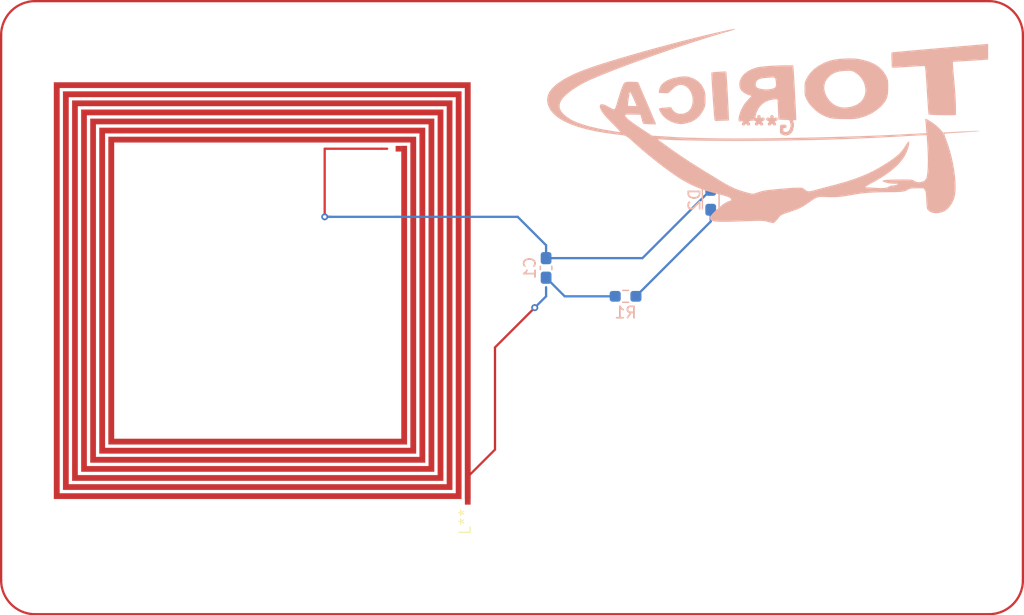
<source format=kicad_pcb>
(kicad_pcb (version 20241229) (generator "pcbnew") (generator_version "9.0")
  (layers (0 "F.Cu" signal) (2 "B.Cu" signal) (13 "F.Paste" user) (15 "B.Paste" user) (5 "F.SilkS" user "F.Silkscreen") (7 "B.SilkS" user "B.Silkscreen") (1 "F.Mask" user) (3 "B.Mask" user) (25 "Edge.Cuts" user))
  (net 0 "")
  (net 1 "Net-(D2-K)")
  (net 2 "Net-(C1-Pad2)")
  (net 3 "Net-(D2-A)")
  (footprint "lib:NFC_COIL_36.7x36.7_3uH" (layer "F.Cu") (at 219.85 81.35 90)
    (property "Reference" "L**" (at -2 -0.5 90) (layer "F.SilkS") (effects (font (thickness 0.1))))
    (property "Value" "3.00 uH")
    (fp_poly (pts (xy 0 0) (xy 36.7 0) (xy 36.7 -36.7) (xy 0 -36.7) (xy 0 -0.8) (xy 35.9 -0.8) (xy 35.9 -35.9) (xy 0.8 -35.9) (xy 0.8 -1.6) (xy 35.1 -1.6) (xy 35.1 -35.1) (xy 1.6 -35.1) (xy 1.6 -2.4) (xy 34.3 -2.4) (xy 34.3 -34.3) (xy 2.4 -34.3) (xy 2.4 -3.2) (xy 33.5 -3.2) (xy 33.5 -33.5) (xy 3.2 -33.5) (xy 3.2 -4) (xy 32.7 -4) (xy 32.7 -32.7) (xy 4 -32.7) (xy 4 -4.8) (xy 31.9 -4.8) (xy 31.9 -31.9) (xy 4.8 -31.9) (xy 4.8 -5.6) (xy 31.1 -5.6) (xy 31.1 -6.1) (xy 30.6 -6.1) (xy 5.3 -6.1) (xy 5.3 -31.4) (xy 31.4 -31.4) (xy 31.4 -5.3) (xy 4.5 -5.3) (xy 4.5 -32.2) (xy 32.2 -32.2) (xy 32.2 -4.5) (xy 3.7 -4.5) (xy 3.7 -33) (xy 33 -33) (xy 33 -3.7) (xy 2.9 -3.7) (xy 2.9 -33.8) (xy 33.8 -33.8) (xy 33.8 -2.9) (xy 2.1 -2.9) (xy 2.1 -34.6) (xy 34.6 -34.6) (xy 34.6 -2.1) (xy 1.3 -2.1) (xy 1.3 -35.4) (xy 35.4 -35.4) (xy 35.4 -1.3) (xy 0.5 -1.3) (xy 0.5 -36.2) (xy 36.2 -36.2) (xy 36.2 -0.5) (xy 0 -0.5)) (stroke (width 0.01)) (fill yes) (layer "F.Cu"))
    (pad "1" smd rect (at -0.25 -0.25 90) (size 0.5 0.5) (layers "F.Cu" "F.Mask" "F.Paste"))
    (pad "2" smd rect (at 30.85 -6.35 90) (size 0.5 0.5) (layers "F.Cu" "F.Mask" "F.Paste"))
  )
  (footprint "Capacitor_SMD:C_0603_1608Metric_Pad1.08x0.95mm_HandSolder" (layer "B.Cu") (at 226.5 61 -90)
    (property "Reference" "C1" (at 0 1.43 90) (layer "B.SilkS") (effects (justify mirror)))
    (property "Value" "C")
    (fp_line (start -0.146267 0.51) (end 0.146267 0.51) (stroke (width 0.12)) (layer "B.SilkS"))
    (fp_line (start -0.146267 -0.51) (end 0.146267 -0.51) (stroke (width 0.12)) (layer "B.SilkS"))
    (pad "1" smd roundrect (at -0.8625 0 270) (size 1.075 0.95) (layers "B.Cu" "B.Mask" "B.Paste") (net 1 "Net-(D2-K)"))
    (pad "2" smd roundrect (at 0.8625 0 270) (size 1.075 0.95) (layers "B.Cu" "B.Mask" "B.Paste") (net 2 "Net-(C1-Pad2)"))
  )
  (footprint "Resistor_SMD:R_0603_1608Metric_Pad0.98x0.95mm_HandSolder" (layer "B.Cu") (at 233.5 63.5)
    (property "Reference" "R1" (at 0 1.43 0) (layer "B.SilkS") (effects (justify mirror)))
    (property "Value" "R")
    (fp_line (start -0.254724 -0.5225) (end 0.254724 -0.5225) (stroke (width 0.12)) (layer "B.SilkS"))
    (fp_line (start -0.254724 0.5225) (end 0.254724 0.5225) (stroke (width 0.12)) (layer "B.SilkS"))
    (pad "1" smd roundrect (at -0.9125 0) (size 0.975 0.95) (layers "B.Cu" "B.Mask" "B.Paste") (net 2 "Net-(C1-Pad2)"))
    (pad "2" smd roundrect (at 0.9125 0) (size 0.975 0.95) (layers "B.Cu" "B.Mask" "B.Paste") (net 3 "Net-(D2-A)"))
  )
  (footprint "lib:TORICA_LOGO" (layer "B.Cu") (at 246 48.5 180)
    (property "Reference" "G***" (at 0 0 0) (layer "B.SilkS") (effects (font (size 1.5 1.5) (thickness 0.3)) (justify mirror)))
    (property "Value" "LOGO" (hide yes))
    (fp_poly (pts (xy 4.028364 4.794973) (xy 4.255147 4.783218) (xy 4.48478 4.767654) (xy 4.691357 4.749855) (xy 4.848972 4.731393) (xy 4.931721 4.713839) (xy 4.935016 4.71211) (xy 4.94065 4.655024) (xy 4.93873 4.505314) (xy 4.930193 4.276965) (xy 4.915973 3.983962) (xy 4.897009 3.640291) (xy 4.874235 3.259938) (xy 4.848589 2.856888) (xy 4.821005 2.445126) (xy 4.792421 2.038638) (xy 4.763773 1.65141) (xy 4.735997 1.297426) (xy 4.710028 0.990673) (xy 4.686804 0.745135) (xy 4.66726 0.574799) (xy 4.652697 0.494632) (xy 4.588475 0.439894) (xy 4.560309 0.439068) (xy 4.480409 0.445424) (xy 4.31983 0.453538) (xy 4.104801 0.462192) (xy 3.943683 0.467675) (xy 3.395578 0.485005) (xy 3.397426 0.737135) (xy 3.401091 0.896033) (xy 3.409863 1.131815) (xy 3.422947 1.430288) (xy 3.43955 1.777259) (xy 3.458877 2.158534) (xy 3.480136 2.559921) (xy 3.502533 2.967226) (xy 3.525273 3.366256) (xy 3.547563 3.742817) (xy 3.56861 4.082717) (xy 3.58762 4.371762) (xy 3.603799 4.595758) (xy 3.616353 4.740514) (xy 3.624159 4.791669) (xy 3.686964 4.800771) (xy 3.830334 4.801348)) (fill yes) (layer "B.SilkS"))
    (fp_poly (pts (xy 7.480111 4.368804) (xy 7.715764 4.338435) (xy 7.856176 4.316523) (xy 8.37269 4.20314) (xy 8.79899 4.044437) (xy 9.133027 3.841885) (xy 9.372756 3.596959) (xy 9.516129 3.311133) (xy 9.55775 3.091551) (xy 9.571789 2.914317) (xy 9.157641 2.898704) (xy 8.743493 2.883091) (xy 8.377587 3.226747) (xy 8.125667 3.440808) (xy 7.907635 3.57034) (xy 7.703167 3.623006) (xy 7.491941 3.606466) (xy 7.419688 3.587833) (xy 7.146767 3.457653) (xy 6.925559 3.254189) (xy 6.758037 2.995377) (xy 6.646175 2.699151) (xy 6.591947 2.383447) (xy 6.597327 2.066201) (xy 6.664289 1.765346) (xy 6.794807 1.498818) (xy 6.990854 1.284553) (xy 7.154863 1.181558) (xy 7.460921 1.081923) (xy 7.759012 1.07436) (xy 8.030848 1.15447) (xy 8.25814 1.317852) (xy 8.378966 1.476036) (xy 8.492071 1.667733) (xy 8.978456 1.630066) (xy 9.248673 1.607311) (xy 9.425957 1.5828) (xy 9.524075 1.547529) (xy 9.556797 1.492491) (xy 9.537889 1.408683) (xy 9.486425 1.297809) (xy 9.250189 0.937194) (xy 8.933276 0.63269) (xy 8.552582 0.396617) (xy 8.125001 0.241295) (xy 8.000385 0.214178) (xy 7.77366 0.178175) (xy 7.58469 0.16829) (xy 7.38887 0.185875) (xy 7.141596 0.232282) (xy 7.098693 0.241513) (xy 6.645233 0.388981) (xy 6.256818 0.620884) (xy 5.931827 0.938531) (xy 5.668638 1.343233) (xy 5.623534 1.434186) (xy 5.546295 1.605455) (xy 5.497006 1.747921) (xy 5.469539 1.895097) (xy 5.457769 2.08049) (xy 5.455571 2.33761) (xy 5.455602 2.352843) (xy 5.461129 2.641511) (xy 5.479339 2.857172) (xy 5.51499 3.03347) (xy 5.572841 3.204051) (xy 5.577701 3.216288) (xy 5.786325 3.600887) (xy 6.073469 3.915347) (xy 6.432642 4.154422) (xy 6.857351 4.312864) (xy 6.964785 4.337587) (xy 7.13859 4.367577) (xy 7.299042 4.37825)) (fill yes) (layer "B.SilkS"))
    (fp_poly (pts (xy -19.023264 7.200897) (xy -18.72691 7.176422) (xy -18.360008 7.14556) (xy -17.932551 7.109189) (xy -17.454532 7.068189) (xy -16.935944 7.023439) (xy -16.386782 6.975818) (xy -15.817037 6.926206) (xy -15.236703 6.875481) (xy -14.655774 6.824523) (xy -14.084243 6.774212) (xy -13.532104 6.725426) (xy -13.009349 6.679045) (xy -12.525972 6.635949) (xy -12.091966 6.597015) (xy -11.717324 6.563124) (xy -11.412041 6.535155) (xy -11.186108 6.513987) (xy -11.04952 6.500499) (xy -11.012083 6.496032) (xy -10.965298 6.480716) (xy -10.934891 6.445414) (xy -10.918298 6.371521) (xy -10.912951 6.240434) (xy -10.916286 6.033547) (xy -10.922094 5.84346) (xy -10.931508 5.591551) (xy -10.941804 5.377666) (xy -10.951703 5.225161) (xy -10.959571 5.158433) (xy -11.015994 5.14272) (xy -11.172975 5.138448) (xy -11.43188 5.14566) (xy -11.794073 5.164398) (xy -12.260918 5.194706) (xy -12.3767 5.202852) (xy -12.754791 5.228679) (xy -13.099134 5.250126) (xy -13.394924 5.266438) (xy -13.627354 5.27686) (xy -13.781618 5.280637) (xy -13.841833 5.277571) (xy -13.861982 5.234209) (xy -13.883465 5.115727) (xy -13.906742 4.916926) (xy -13.932277 4.632607) (xy -13.96053 4.257571) (xy -13.991963 3.786618) (xy -14.027038 3.214549) (xy -14.030994 3.147679) (xy -14.059151 2.683729) (xy -14.086795 2.253493) (xy -14.113063 1.868601) (xy -14.137092 1.540685) (xy -14.158022 1.281375) (xy -14.174989 1.102303) (xy -14.18713 1.015098) (xy -14.189566 1.00871) (xy -14.25185 0.996648) (xy -14.401406 0.984705) (xy -14.61856 0.973403) (xy -14.883639 0.963267) (xy -15.176968 0.95482) (xy -15.478874 0.948584) (xy -15.769681 0.945084) (xy -16.029717 0.944843) (xy -16.239307 0.948385) (xy -16.322843 0.951953) (xy -16.60358 0.968116) (xy -16.602968 1.700585) (xy -16.597438 1.963755) (xy -16.582243 2.30816) (xy -16.558938 2.708675) (xy -16.529078 3.140178) (xy -16.49422 3.577547) (xy -16.469896 3.850106) (xy -16.434219 4.238654) (xy -16.402133 4.601286) (xy -16.374995 4.921578) (xy -16.354164 5.183108) (xy -16.340998 5.369452) (xy -16.336823 5.459515) (xy -16.336211 5.651871) (xy -16.93779 5.686222) (xy -17.203865 5.701949) (xy -17.5419 5.722723) (xy -17.917153 5.746367) (xy -18.294881 5.770704) (xy -18.488527 5.783424) (xy -19.437685 5.846276) (xy -19.437685 6.540458) (xy -19.437685 7.234641)) (fill yes) (layer "B.SilkS"))
    (fp_poly (pts (xy -6.788067 5.946234) (xy -6.331567 5.910757) (xy -5.908905 5.854369) (xy -5.55432 5.778928) (xy -5.535991 5.773846) (xy -4.992356 5.57767) (xy -4.499313 5.313904) (xy -4.069873 4.992365) (xy -3.717046 4.622873) (xy -3.453843 4.215245) (xy -3.443688 4.194892) (xy -3.361351 4.020854) (xy -3.308515 3.879741) (xy -3.278672 3.738203) (xy -3.265317 3.562889) (xy -3.261945 3.320448) (xy -3.261896 3.26302) (xy -3.26434 3.001479) (xy -3.275883 2.813091) (xy -3.302835 2.664098) (xy -3.35151 2.520743) (xy -3.428218 2.349268) (xy -3.435715 2.333408) (xy -3.620662 2.025021) (xy -3.878301 1.707377) (xy -4.181105 1.408562) (xy -4.50155 1.156659) (xy -4.717701 1.025329) (xy -4.979789 0.892054) (xy -5.204073 0.791814) (xy -5.413977 0.719575) (xy -5.632927 0.670305) (xy -5.884348 0.638971) (xy -6.191665 0.620538) (xy -6.578304 0.609973) (xy -6.657474 0.60853) (xy -7.071733 0.604328) (xy -7.398736 0.608511) (xy -7.657914 0.622013) (xy -7.8687 0.645764) (xy -8.021053 0.673982) (xy -8.66013 0.863167) (xy -9.235215 1.133194) (xy -9.741238 1.481302) (xy -10.070582 1.790036) (xy -10.289897 2.045192) (xy -10.446795 2.286033) (xy -10.550673 2.539094) (xy -10.610925 2.830908) (xy -10.631322 3.110812) (xy -8.630423 3.110812) (xy -8.594131 2.836806) (xy -8.553495 2.682637) (xy -8.402436 2.355181) (xy -8.160939 2.084065) (xy -7.829904 1.869995) (xy -7.410233 1.71368) (xy -7.277673 1.680519) (xy -6.83285 1.625073) (xy -6.412903 1.663129) (xy -6.042709 1.788938) (xy -5.725719 1.993686) (xy -5.447821 2.268317) (xy -5.224344 2.589869) (xy -5.070615 2.93538) (xy -5.001964 3.281887) (xy -4.99979 3.351276) (xy -5.032678 3.687773) (xy -5.140228 3.974441) (xy -5.335766 4.243267) (xy -5.39972 4.311191) (xy -5.647791 4.526425) (xy -5.919662 4.680582) (xy -6.237742 4.782051) (xy -6.624433 4.839224) (xy -6.848504 4.853732) (xy -7.101901 4.862577) (xy -7.279435 4.859591) (xy -7.411926 4.840478) (xy -7.530191 4.800941) (xy -7.656363 4.741093) (xy -7.980674 4.521179) (xy -8.257101 4.225055) (xy -8.462125 3.880646) (xy -8.528502 3.70562) (xy -8.608903 3.385823) (xy -8.630423 3.110812) (xy -10.631322 3.110812) (xy -10.636947 3.188011) (xy -10.640056 3.398353) (xy -10.639475 3.672247) (xy -10.632802 3.868497) (xy -10.614455 4.016403) (xy -10.578854 4.145267) (xy -10.520415 4.284391) (xy -10.439543 4.450966) (xy -10.196604 4.83808) (xy -9.877267 5.166796) (xy -9.477205 5.439719) (xy -8.992089 5.659454) (xy -8.417593 5.828606) (xy -8.018188 5.908613) (xy -7.665617 5.947021) (xy -7.244163 5.958942)) (fill yes) (layer "B.SilkS"))
    (fp_poly (pts (xy -1.56083 5.346576) (xy -1.108936 5.340471) (xy -0.65134 5.324143) (xy -0.208086 5.299084) (xy 0.200785 5.266788) (xy 0.555229 5.228744) (xy 0.835202 5.186446) (xy 0.962526 5.158757) (xy 1.411885 5.004056) (xy 1.793534 4.796188) (xy 2.099547 4.542961) (xy 2.321997 4.252186) (xy 2.452957 3.93167) (xy 2.486526 3.657443) (xy 2.441155 3.358333) (xy 2.303948 3.109771) (xy 2.07326 2.909933) (xy 1.747449 2.756999) (xy 1.644315 2.723913) (xy 1.507631 2.68069) (xy 1.426614 2.649597) (xy 1.417052 2.642762) (xy 1.452105 2.601311) (xy 1.545485 2.50307) (xy 1.67952 2.366495) (xy 1.731979 2.31384) (xy 2.066127 1.905016) (xy 2.328739 1.42043) (xy 2.450198 1.096211) (xy 2.508621 0.878436) (xy 2.543429 0.676202) (xy 2.552361 0.514411) (xy 2.533152 0.417965) (xy 2.513262 0.402192) (xy 2.442155 0.402175) (xy 2.286635 0.409442) (xy 2.068896 0.422756) (xy 1.811133 0.440875) (xy 1.783125 0.44297) (xy 1.106461 0.493878) (xy 1.071781 0.741571) (xy 0.961773 1.190848) (xy 0.770208 1.575588) (xy 0.503365 1.889673) (xy 0.16752 2.126984) (xy -0.231048 2.281403) (xy -0.567261 2.339129) (xy -0.744178 2.351549) (xy -0.840219 2.344105) (xy -0.880507 2.311144) (xy -0.88922 2.266691) (xy -0.893796 2.179327) (xy -0.901749 2.006795) (xy -0.912116 1.770785) (xy -0.923934 1.492988) (xy -0.929325 1.36358) (xy -0.962527 0.561475) (xy -1.737896 0.531816) (xy -2.014045 0.522269) (xy -2.249735 0.516049) (xy -2.425516 0.513519) (xy -2.521936 0.515042) (xy -2.534037 0.51694) (xy -2.535757 0.571445) (xy -2.531986 0.719395) (xy -2.523418 0.947467) (xy -2.510745 1.242337) (xy -2.49466 1.590681) (xy -2.475856 1.979177) (xy -2.455025 2.3945) (xy -2.432861 2.823327) (xy -2.410055 3.252336) (xy -2.390453 3.610592) (xy -0.753415 3.610592) (xy -0.71401 3.452026) (xy -0.614204 3.354703) (xy -0.515192 3.316342) (xy -0.241975 3.251027) (xy -0.008913 3.222481) (xy 0.233354 3.227949) (xy 0.500165 3.259692) (xy 0.695432 3.299686) (xy 0.858771 3.353856) (xy 0.941323 3.400588) (xy 1.023776 3.540818) (xy 1.035686 3.722401) (xy 0.977616 3.906808) (xy 0.932921 3.97529) (xy 0.841197 4.064107) (xy 0.713628 4.131452) (xy 0.533124 4.181863) (xy 0.282593 4.219884) (xy -0.055057 4.250054) (xy -0.117617 4.25441) (xy -0.36808 4.272022) (xy -0.532173 4.275265) (xy -0.63047 4.250711) (xy -0.683546 4.184931) (xy -0.711974 4.064495) (xy -0.736328 3.875975) (xy -0.739945 3.848206) (xy -0.753415 3.610592) (xy -2.390453 3.610592) (xy -2.387301 3.668201) (xy -2.365292 4.057601) (xy -2.34472 4.407211) (xy -2.326278 4.703707) (xy -2.310659 4.933768) (xy -2.298555 5.084068) (xy -2.294699 5.120106) (xy -2.266079 5.347369)) (fill yes) (layer "B.SilkS"))
    (fp_poly (pts (xy 3.08744 8.521353) (xy 3.362159 8.471552) (xy 3.714987 8.39959) (xy 4.137579 8.307505) (xy 4.621592 8.197335) (xy 5.158682 8.071117) (xy 5.740502 7.930889) (xy 6.35871 7.778688) (xy 7.004961 7.616551) (xy 7.67091 7.446516) (xy 8.348213 7.270621) (xy 9.028526 7.090903) (xy 9.703503 6.9094) (xy 10.364802 6.728149) (xy 11.004076 6.549187) (xy 11.122526 6.515564) (xy 12.092434 6.2374) (xy 12.965615 5.981989) (xy 13.749246 5.746746) (xy 14.4505 5.529085) (xy 15.076554 5.32642) (xy 15.634582 5.136165) (xy 16.131761 4.955735) (xy 16.575266 4.782543) (xy 16.972271 4.614005) (xy 17.329953 4.447533) (xy 17.655487 4.280543) (xy 17.956048 4.110448) (xy 18.181052 3.971858) (xy 18.640632 3.64057) (xy 18.993655 3.301201) (xy 19.240223 2.953461) (xy 19.380442 2.597063) (xy 19.414417 2.231716) (xy 19.342252 1.857133) (xy 19.164052 1.473023) (xy 19.114915 1.393822) (xy 18.832661 1.049389) (xy 18.447726 0.729383) (xy 17.96168 0.434373) (xy 17.376093 0.164925) (xy 16.692537 -0.078392) (xy 15.912582 -0.29501) (xy 15.037797 -0.48436) (xy 14.069755 -0.645876) (xy 13.148249 -0.763834) (xy 12.913018 -0.789908) (xy 12.731866 -0.814688) (xy 12.586155 -0.848122) (xy 12.457244 -0.900157) (xy 12.326493 -0.980742) (xy 12.175262 -1.099824) (xy 11.98491 -1.267352) (xy 11.736799 -1.493273) (xy 11.67378 -1.550736) (xy 11.239765 -1.935884) (xy 10.761139 -2.342661) (xy 10.253833 -2.758748) (xy 9.733777 -3.171827) (xy 9.216901 -3.569577) (xy 8.719136 -3.93968) (xy 8.256412 -4.269817) (xy 7.84466 -4.547668) (xy 7.596598 -4.703668) (xy 7.134715 -4.970381) (xy 6.687263 -5.200763) (xy 6.232153 -5.403566) (xy 5.747293 -5.587546) (xy 5.210595 -5.761456) (xy 4.599967 -5.934051) (xy 4.283604 -6.016581) (xy 3.924159 -6.111141) (xy 3.656723 -6.188554) (xy 3.468551 -6.253238) (xy 3.3469 -6.309611) (xy 3.279028 -6.362093) (xy 3.275716 -6.366038) (xy 3.197431 -6.480923) (xy 3.20569 -6.547506) (xy 3.309202 -6.588272) (xy 3.366358 -6.600005) (xy 3.581681 -6.678726) (xy 3.849825 -6.841709) (xy 4.164225 -7.084274) (xy 4.518313 -7.401742) (xy 4.595863 -7.476286) (xy 4.800414 -7.68019) (xy 4.936073 -7.830137) (xy 5.014942 -7.942014) (xy 5.049124 -8.031703) (xy 5.053262 -8.076633) (xy 5.043439 -8.17094) (xy 5.008546 -8.249505) (xy 4.940455 -8.313243) (xy 4.831033 -8.363066) (xy 4.672149 -8.399888) (xy 4.455672 -8.424621) (xy 4.173471 -8.43818) (xy 3.817416 -8.441478) (xy 3.379374 -8.435427) (xy 2.851215 -8.420942) (xy 2.224808 -8.398936) (xy 2.194165 -8.397783) (xy 1.711825 -8.379801) (xy 1.322875 -8.366285) (xy 1.01384 -8.357514) (xy 0.771245 -8.353766) (xy 0.581615 -8.355322) (xy 0.431474 -8.362461) (xy 0.307347 -8.375463) (xy 0.195759 -8.394606) (xy 0.083234 -8.420171) (xy -0.00891 -8.443478) (xy -0.21687 -8.495127) (xy -0.38795 -8.534242) (xy -0.493528 -8.554395) (xy -0.508889 -8.555789) (xy -0.581356 -8.519815) (xy -0.690441 -8.429052) (xy -0.740611 -8.379155) (xy -0.886839 -8.215905) (xy -1.031072 -8.040233) (xy -1.053832 -8.010546) (xy -1.122203 -7.929709) (xy -1.20269 -7.86331) (xy -1.314785 -7.8018) (xy -1.477981 -7.735625) (xy -1.711769 -7.655234) (xy -1.909411 -7.591282) (xy -2.296509 -7.463238) (xy -2.607484 -7.348071) (xy -2.869925 -7.232555) (xy -3.111422 -7.103464) (xy -3.359565 -6.947572) (xy -3.602907 -6.77944) (xy -3.886261 -6.580578) (xy -4.105941 -6.43665) (xy -4.284598 -6.339459) (xy -4.444885 -6.280807) (xy -4.609455 -6.252499) (xy -4.800958 -6.246337) (xy -5.042048 -6.254124) (xy -5.053264 -6.25462) (xy -5.512731 -6.270112) (xy -5.903152 -6.269953) (xy -6.261627 -6.25156) (xy -6.625254 -6.21235) (xy -7.031135 -6.149741) (xy -7.331189 -6.096015) (xy -7.824438 -6.011137) (xy -8.296867 -5.945076) (xy -8.772304 -5.89595) (xy -9.274573 -5.861877) (xy -9.827501 -5.840975) (xy -10.454912 -5.831362) (xy -10.694738 -5.830319) (xy -11.13768 -5.826893) (xy -11.488481 -5.817321) (xy -11.761865 -5.799647) (xy -11.972556 -5.771916) (xy -12.135277 -5.732172) (xy -12.264754 -5.67846) (xy -12.375709 -5.608824) (xy -12.378633 -5.606669) (xy -12.45952 -5.558896) (xy -12.563764 -5.526833) (xy -12.714252 -5.506942) (xy -12.93387 -5.495686) (xy -13.124794 -5.491319) (xy -13.728823 -5.481052) (xy -13.842728 -5.631943) (xy -13.889921 -5.706218) (xy -13.923858 -5.797155) (xy -13.947819 -5.925157) (xy -13.965084 -6.110629) (xy -13.978934 -6.373977) (xy -13.984581 -6.514258) (xy -14.004254 -6.883135) (xy -14.031295 -7.148395) (xy -14.066081 -7.313138) (xy -14.087133 -7.35977) (xy -14.257144 -7.527543) (xy -14.494078 -7.63515) (xy -14.77613 -7.682134) (xy -15.081495 -7.668041) (xy -15.38837 -7.592413) (xy -15.674949 -7.454794) (xy -15.762518 -7.394826) (xy -16.016702 -7.150278) (xy -16.241204 -6.828601) (xy -16.416723 -6.459114) (xy -16.458831 -6.337346) (xy -16.534995 -5.981185) (xy -16.569911 -5.542548) (xy -16.565696 -5.036719) (xy -16.524466 -4.478981) (xy -16.448339 -3.88462) (xy -16.339431 -3.268919) (xy -16.296145 -3.076088) (xy -14.127604 -3.076088) (xy -14.119362 -3.546598) (xy -14.096443 -3.957963) (xy -14.059443 -4.2963) (xy -14.008959 -4.547726) (xy -13.985796 -4.61909) (xy -13.873408 -4.775956) (xy -13.691055 -4.885944) (xy -13.467394 -4.943551) (xy -13.231079 -4.943278) (xy -13.010764 -4.879622) (xy -12.917958 -4.824089) (xy -12.85378 -4.781105) (xy -12.7836 -4.749988) (xy -12.68987 -4.728833) (xy -12.555047 -4.715733) (xy -12.361585 -4.708782) (xy -12.091939 -4.706075) (xy -11.827918 -4.705683) (xy -11.29161 -4.709081) (xy -10.859788 -4.7194) (xy -10.5302 -4.736828) (xy -10.300598 -4.761553) (xy -10.16873 -4.793765) (xy -10.132348 -4.833652) (xy -10.139638 -4.847048) (xy -10.253677 -4.923211) (xy -10.448438 -4.991076) (xy -10.697715 -5.044461) (xy -10.975305 -5.077185) (xy -11.145601 -5.084342) (xy -11.346981 -5.087647) (xy -11.454537 -5.094926) (xy -11.481391 -5.110356) (xy -11.440667 -5.138119) (xy -11.389896 -5.162141) (xy -11.224512 -5.212741) (xy -11.036511 -5.237602) (xy -11.01979 -5.238008) (xy -10.860216 -5.259402) (xy -10.73644 -5.309016) (xy -10.721608 -5.32051) (xy -10.559445 -5.404428) (xy -10.299775 -5.45275) (xy -9.946076 -5.465083) (xy -9.595052 -5.448568) (xy -9.335415 -5.4303) (xy -9.091874 -5.415167) (xy -8.899301 -5.405241) (xy -8.823159 -5.402657) (xy -8.609264 -5.398463) (xy -8.742948 -5.293994) (xy -8.844538 -5.226597) (xy -9.01545 -5.125481) (xy -9.22978 -5.005598) (xy -9.411369 -4.908187) (xy -10.012651 -4.565295) (xy -10.566812 -4.196534) (xy -11.06275 -3.811388) (xy -11.489359 -3.41934) (xy -11.835535 -3.029872) (xy -12.090175 -2.652467) (xy -12.121868 -2.593473) (xy -12.244879 -2.333279) (xy -12.347199 -2.074395) (xy -12.424897 -1.8331) (xy -12.474045 -1.625673) (xy -12.490713 -1.468393) (xy -12.470972 -1.377539) (xy -12.418066 -1.366307) (xy -12.361956 -1.421389) (xy -12.268784 -1.546997) (xy -12.15454 -1.720795) (xy -12.096754 -1.815046) (xy -11.931073 -2.065164) (xy -11.74039 -2.296831) (xy -11.509968 -2.523429) (xy -11.225072 -2.758339) (xy -10.870966 -3.014941) (xy -10.50758 -3.258132) (xy -9.849928 -3.66205) (xy -9.181941 -4.019958) (xy -8.484919 -4.339651) (xy -7.740161 -4.628924) (xy -6.928967 -4.895573) (xy -6.032636 -5.147393) (xy -5.882106 -5.18631) (xy -5.530115 -5.277099) (xy -5.178756 -5.369076) (xy -4.854586 -5.455192) (xy -4.58416 -5.5284) (xy -4.41158 -5.576592) (xy -4.091623 -5.665797) (xy -3.854342 -5.722707) (xy -3.680597 -5.747757) (xy -3.551246 -5.741381) (xy -3.447149 -5.704014) (xy -3.349166 -5.636092) (xy -3.308746 -5.60165) (xy -3.206626 -5.517037) (xy -3.116171 -5.465508) (xy -3.006483 -5.43888) (xy -2.846663 -5.42897) (xy -2.651511 -5.427578) (xy -2.441269 -5.433393) (xy -2.147676 -5.44954) (xy -1.793621 -5.474076) (xy -1.401993 -5.505056) (xy -0.995681 -5.540535) (xy -0.597573 -5.57857) (xy -0.23056 -5.617216) (xy 0.082471 -5.654528) (xy 0.189247 -5.668898) (xy 0.437464 -5.717768) (xy 0.710919 -5.792219) (xy 0.884405 -5.85158) (xy 1.035306 -5.907623) (xy 1.160676 -5.942585) (xy 1.282473 -5.954897) (xy 1.422656 -5.942993) (xy 1.603184 -5.905303) (xy 1.846017 -5.84026) (xy 2.11221 -5.763918) (xy 2.44401 -5.661712) (xy 2.746291 -5.552898) (xy 3.040915 -5.42712) (xy 3.349745 -5.274021) (xy 3.694643 -5.083243) (xy 4.097472 -4.844432) (xy 4.251157 -4.750673) (xy 4.595705 -4.539553) (xy 4.983041 -4.302552) (xy 5.373903 -4.063675) (xy 5.729028 -3.846925) (xy 5.855368 -3.769914) (xy 6.440175 -3.405071) (xy 7.070745 -2.996601) (xy 7.713748 -2.566848) (xy 8.335859 -2.138155) (xy 8.90375 -1.732863) (xy 9.010315 -1.654794) (xy 9.678736 -1.162606) (xy 9.197473 -1.193945) (xy 8.775323 -1.217004) (xy 8.257063 -1.23786) (xy 7.653508 -1.256413) (xy 6.975475 -1.272563) (xy 6.23378 -1.286209) (xy 5.439238 -1.297249) (xy 4.602666 -1.305584) (xy 3.734879 -1.311112) (xy 2.846695 -1.313732) (xy 1.948929 -1.313344) (xy 1.052397 -1.309847) (xy 0.167915 -1.30314) (xy -0.693701 -1.293122) (xy -0.986096 -1.288843) (xy -2.149929 -1.26979) (xy -3.223291 -1.249799) (xy -4.22266 -1.228276) (xy -5.164511 -1.204629) (xy -6.06532 -1.178265) (xy -6.941565 -1.148592) (xy -7.809722 -1.115017) (xy -8.686266 -1.076946) (xy -9.587675 -1.033788) (xy -10.530425 -0.98495) (xy -11.530992 -0.929839) (xy -12.474174 -0.875577) (xy -12.864902 -0.853551) (xy -13.219755 -0.835124) (xy -13.525037 -0.82088) (xy -13.767051 -0.811406) (xy -13.932099 -0.807285) (xy -14.006486 -0.809101) (xy -14.009156 -0.810067) (xy -14.018652 -0.867806) (xy -14.032499 -1.016746) (xy -14.049551 -1.241282) (xy -14.068659 -1.525809) (xy -14.088674 -1.854723) (xy -14.097676 -2.01316) (xy -14.120575 -2.560314) (xy -14.127604 -3.076088) (xy -16.296145 -3.076088) (xy -16.199861 -2.647163) (xy -16.031743 -2.034636) (xy -15.837197 -1.446622) (xy -15.749088 -1.213119) (xy -15.649419 -0.942761) (xy -15.598414 -0.763854) (xy -15.596455 -0.677847) (xy -15.605453 -0.670386) (xy -15.673252 -0.662576) (xy -15.83356 -0.649484) (xy -16.072124 -0.632109) (xy -16.37469 -0.611449) (xy -16.727004 -0.588501) (xy -17.114813 -0.564264) (xy -17.165053 -0.561195) (xy -17.657851 -0.530192) (xy -18.057452 -0.502976) (xy -18.361907 -0.479754) (xy -18.569269 -0.460735) (xy -18.67759 -0.446124) (xy -18.684923 -0.43613) (xy -18.589319 -0.43096) (xy -18.390492 -0.430805) (xy -18.247108 -0.434538) (xy -18.016404 -0.443376) (xy -17.717839 -0.456445) (xy -17.370872 -0.472869) (xy -16.994965 -0.491774) (xy -16.764001 -0.503924) (xy -15.453896 -0.574028) (xy -15.37615 -0.460803) (xy -15.210378 -0.262558) (xy -14.974741 -0.038985) (xy -14.694988 0.187328) (xy -14.415917 0.381659) (xy -14.176692 0.528651) (xy -14.014105 0.612327) (xy -13.920468 0.635147) (xy -13.88809 0.599571) (xy -13.895735 0.548106) (xy -13.910347 0.45705) (xy -13.928411 0.286898) (xy -13.947216 0.065324) (xy -13.95858 -0.093578) (xy -13.994906 -0.641683) (xy -13.761874 -0.642201) (xy -13.628668 -0.64551) (xy -13.413045 -0.654307) (xy -13.13933 -0.667454) (xy -12.831849 -0.683812) (xy -12.646527 -0.694386) (xy -11.764205 -0.742524) (xy -10.80077 -0.788647) (xy -9.768127 -0.832502) (xy -8.678182 -0.873838) (xy -7.542841 -0.912403) (xy -6.374009 -0.947944) (xy -5.183592 -0.980209) (xy -3.983495 -1.008947) (xy -2.785624 -1.033905) (xy -1.601885 -1.054831) (xy -0.444184 -1.071472) (xy 0.675574 -1.083578) (xy 1.745484 -1.090895) (xy 2.753639 -1.093172) (xy 3.688134 -1.090156) (xy 4.537063 -1.081596) (xy 5.133473 -1.070879) (xy 5.644769 -1.059106) (xy 6.134651 -1.04701) (xy 6.590296 -1.034965) (xy 6.998882 -1.023346) (xy 7.347587 -1.012527) (xy 7.623588 -1.002883) (xy 7.814063 -0.994789) (xy 7.887368 -0.990426) (xy 8.057628 -0.978139) (xy 8.308681 -0.96128) (xy 8.614556 -0.941532) (xy 8.949281 -0.92058) (xy 9.197473 -0.905459) (xy 10.159999 -0.847559) (xy 10.855157 -0.390258) (xy 11.308649 -0.089174) (xy 11.677917 0.162818) (xy 11.970366 0.371778) (xy 12.193402 0.543767) (xy 12.354429 0.684843) (xy 12.460854 0.801068) (xy 12.520081 0.898501) (xy 12.539516 0.983204) (xy 12.539578 0.988206) (xy 12.489479 0.998758) (xy 12.352572 1.005392) (xy 12.148938 1.007634) (xy 11.898661 1.005011) (xy 11.861117 1.00423) (xy 11.182656 0.989264) (xy 11.090022 0.621895) (xy 11.038081 0.433787) (xy 10.989396 0.2877) (xy 10.954145 0.214021) (xy 10.953009 0.212868) (xy 10.887127 0.194607) (xy 10.746261 0.17732) (xy 10.556974 0.162239) (xy 10.345828 0.150596) (xy 10.139387 0.143622) (xy 9.964213 0.142548) (xy 9.846868 0.148605) (xy 9.81242 0.159994) (xy 9.832799 0.214266) (xy 9.89085 0.355796) (xy 9.981942 0.573617) (xy 10.101444 0.856762) (xy 10.244726 1.194263) (xy 10.407157 1.575153) (xy 10.488278 1.764632) (xy 11.529035 1.764632) (xy 11.89171 1.764632) (xy 12.078026 1.768323) (xy 12.217987 1.777999) (xy 12.281319 1.791566) (xy 12.281334 1.791581) (xy 12.28464 1.851331) (xy 12.274096 1.990387) (xy 12.253048 2.182497) (xy 12.224842 2.401413) (xy 12.192827 2.620883) (xy 12.160349 2.814658) (xy 12.135066 2.938764) (xy 12.113067 2.971269) (xy 12.073112 2.942258) (xy 12.011363 2.844518) (xy 11.92398 2.670838) (xy 11.807122 2.414006) (xy 11.656952 2.06681) (xy 11.602492 1.938422) (xy 11.529035 1.764632) (xy 10.488278 1.764632) (xy 10.584107 1.988465) (xy 10.603412 2.033463) (xy 11.394404 3.876843) (xy 11.846675 3.893113) (xy 12.147044 3.901451) (xy 12.361117 3.895025) (xy 12.509406 3.864483) (xy 12.612425 3.800475) (xy 12.690688 3.693652) (xy 12.764708 3.534662) (xy 12.795101 3.460809) (xy 12.866827 3.268687) (xy 12.956907 3.003556) (xy 13.055519 2.695575) (xy 13.152839 2.374903) (xy 13.187103 2.257166) (xy 13.279483 1.935055) (xy 13.351638 1.705392) (xy 13.416111 1.558822) (xy 13.485447 1.485988) (xy 13.57219 1.477536) (xy 13.688883 1.524109) (xy 13.848072 1.616352) (xy 13.957427 1.682647) (xy 14.254677 1.838811) (xy 14.489743 1.915973) (xy 14.658082 1.91755) (xy 14.75515 1.84696) (xy 14.776404 1.707623) (xy 14.7173 1.502955) (xy 14.573296 1.236377) (xy 14.565926 1.224818) (xy 14.453593 1.072536) (xy 14.280688 0.866559) (xy 14.06463 0.626372) (xy 13.822835 0.371459) (xy 13.626406 0.17379) (xy 13.406279 -0.04626) (xy 13.220705 -0.238413) (xy 13.080099 -0.391315) (xy 12.994876 -0.493615) (xy 12.975448 -0.533958) (xy 12.977006 -0.53417) (xy 13.091199 -0.524067) (xy 13.288611 -0.497262) (xy 13.547473 -0.457434) (xy 13.846017 -0.408263) (xy 14.162474 -0.35343) (xy 14.475077 -0.296616) (xy 14.762056 -0.241499) (xy 14.999368 -0.192261) (xy 15.675625 -0.029375) (xy 16.27263 0.144656) (xy 16.781986 0.327041) (xy 17.195299 0.514993) (xy 17.298174 0.571394) (xy 17.703792 0.832973) (xy 18.004816 1.092413) (xy 18.203447 1.353334) (xy 18.301884 1.619358) (xy 18.302326 1.894105) (xy 18.236429 2.115903) (xy 18.09114 2.359976) (xy 17.853063 2.628569) (xy 17.531451 2.914172) (xy 17.135554 3.209277) (xy 16.674624 3.506375) (xy 16.175789 3.788483) (xy 15.839695 3.955496) (xy 15.410311 4.150176) (xy 14.896729 4.369273) (xy 14.30804 4.609541) (xy 13.653336 4.86773) (xy 12.941708 5.140592) (xy 12.182249 5.424881) (xy 11.384051 5.717346) (xy 10.556204 6.014742) (xy 9.707801 6.313818) (xy 8.847933 6.611328) (xy 7.985693 6.904023) (xy 7.130171 7.188655) (xy 6.29046 7.461976) (xy 5.475651 7.720738) (xy 4.694837 7.961693) (xy 3.957108 8.181592) (xy 3.552813 8.298132) (xy 3.283316 8.376859) (xy 3.059527 8.446357) (xy 2.897273 8.501367) (xy 2.812385 8.53663) (xy 2.805709 8.546325) (xy 2.899175 8.546957)) (fill yes) (layer "B.SilkS"))
  )
  (footprint "LED_SMD:LED_0603_1608Metric_Pad1.05x0.95mm_HandSolder" (layer "B.Cu") (at 241 55 -90)
    (property "Reference" "D2" (at 0 1.43 90) (layer "B.SilkS") (effects (justify mirror)))
    (property "Value" "LED")
    (fp_line (start -1.66 0.735) (end -1.66 -0.735) (stroke (width 0.12)) (layer "B.SilkS"))
    (fp_line (start 0.8 0.735) (end -1.66 0.735) (stroke (width 0.12)) (layer "B.SilkS"))
    (fp_line (start -1.66 -0.735) (end 0.8 -0.735) (stroke (width 0.12)) (layer "B.SilkS"))
    (pad "1" smd roundrect (at -0.875 0 270) (size 1.05 0.95) (layers "B.Cu" "B.Mask" "B.Paste") (net 1 "Net-(D2-K)"))
    (pad "2" smd roundrect (at 0.875 0 270) (size 1.05 0.95) (layers "B.Cu" "B.Mask" "B.Paste") (net 3 "Net-(D2-A)"))
  )
  (gr_line (start 268.5 40.5) (end 268.5 88.5) (stroke (width 0.2)) (layer "F.Cu"))
  (gr_arc (start 265.5 37.5) (mid 267.62132 38.37868) (end 268.5 40.5) (stroke (width 0.2)) (layer "F.Cu"))
  (gr_arc (start 268.5 88.5) (mid 267.62132 90.62132) (end 265.5 91.5) (stroke (width 0.2)) (layer "F.Cu"))
  (gr_arc (start 181.5 91.5) (mid 179.37868 90.62132) (end 178.5 88.5) (stroke (width 0.2)) (layer "F.Cu"))
  (gr_line (start 181.5 37.5) (end 265.5 37.5) (stroke (width 0.2)) (layer "F.Cu"))
  (gr_arc (start 178.5 40.5) (mid 179.37868 38.37868) (end 181.5 37.5) (stroke (width 0.2)) (layer "F.Cu"))
  (gr_line (start 178.5 88.5) (end 178.5 40.5) (stroke (width 0.2)) (layer "F.Cu"))
  (gr_line (start 265.5 91.5) (end 181.5 91.5) (stroke (width 0.2)) (layer "F.Cu"))
  (segment (start 219.6 79.4) (end 219.6 81.049) (width 0.2) (layer "F.Cu") (net 0))
  (segment (start 222 68) (end 225.5 64.5) (width 0.2) (layer "F.Cu") (net 0))
  (segment (start 222 77) (end 219.6 79.4) (width 0.2) (layer "F.Cu") (net 0))
  (segment (start 222 77) (end 222 68) (width 0.2) (layer "F.Cu") (net 0))
  (via (at 225.5 64.5) (size 0.6) (drill 0.3) (layers "F.Cu" "B.Cu") (net 0))
  (via (at 225.5 64.5) (size 0.6) (drill 0.3) (layers "F.Cu" "B.Cu") (net 0))
  (segment (start 225.5 64.5) (end 226.5 63.5) (width 0.2) (layer "B.Cu") (net 0))
  (segment (start 226.5 63.5) (end 226.5 62.701) (width 0.2) (layer "B.Cu") (net 0))
  (segment (start 207 56.5) (end 207 50.5) (width 0.2) (layer "F.Cu") (net 1))
  (segment (start 212 50.5) (end 212.5 50.5) (width 0.2) (layer "F.Cu") (net 1))
  (segment (start 207 56.5) (end 207.5 56.5) (width 0.2) (layer "F.Cu") (net 1))
  (segment (start 207 50.5) (end 212 50.5) (width 0.2) (layer "F.Cu") (net 1))
  (via (at 207 56.5) (size 0.6) (drill 0.3) (layers "F.Cu" "B.Cu") (net 1))
  (segment (start 226.5 60.1375) (end 234.9875 60.1375) (width 0.2) (layer "B.Cu") (net 1))
  (segment (start 234.9875 60.1375) (end 241 54.125) (width 0.2) (layer "B.Cu") (net 1))
  (segment (start 224 56.5) (end 213.5 56.5) (width 0.2) (layer "B.Cu") (net 1))
  (segment (start 224 56.5) (end 226.5 59) (width 0.2) (layer "B.Cu") (net 1))
  (segment (start 213.5 56.5) (end 213.245 56.5) (width 0.2) (layer "B.Cu") (net 1))
  (segment (start 213.245 56.5) (end 207 56.5) (width 0.2) (layer "B.Cu") (net 1))
  (segment (start 226.5 59) (end 226.5 60.1375) (width 0.2) (layer "B.Cu") (net 1))
  (segment (start 232.5875 63.5) (end 228.1375 63.5) (width 0.2) (layer "B.Cu") (net 2))
  (segment (start 228.1375 63.5) (end 226.5 61.8625) (width 0.2) (layer "B.Cu") (net 2))
  (segment (start 241 55.875) (end 241 56.9125) (width 0.2) (layer "B.Cu") (net 3))
  (segment (start 241 56.9125) (end 234.4125 63.5) (width 0.2) (layer "B.Cu") (net 3))
)
</source>
